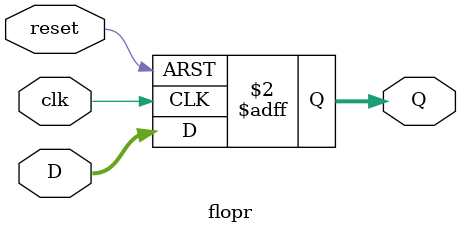
<source format=sv>
`timescale 1ns / 1ps

module flopr # (parameter WIDTH = 8)
            (input logic clk, reset,
             input logic [WIDTH-1:0] D,
             output logic [WIDTH-1:0] Q);
    always_ff @ (posedge clk, posedge reset)
        if (reset) Q <= 0;
        else Q <= D;
endmodule
</source>
